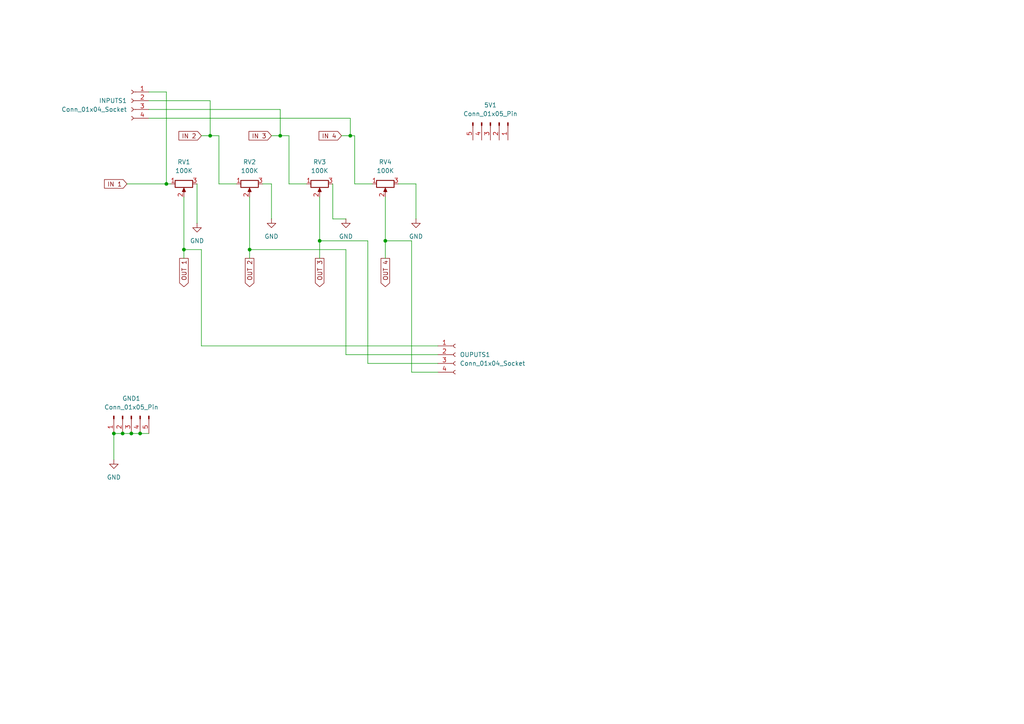
<source format=kicad_sch>
(kicad_sch (version 20231120) (generator "eeschema") (generator_version "8.0")
  (paper "A4")
  (lib_symbols
    (symbol "Connector:Conn_01x04_Socket" (pin_names (offset 1.016) hide)
      (property "Reference" "J" (at 0 5.08 0))
      (property "Value" "Conn_01x04_Socket" (at 0 -7.62 0))
      (symbol "Conn_01x04_Socket_1_1"
        (arc (start 0 -4.572) (mid -0.5058 -5.08) (end 0 -5.588) (stroke (width 0.1524)))
        (arc (start 0 -2.032) (mid -0.5058 -2.54) (end 0 -3.048) (stroke (width 0.1524)))
        (polyline (pts (xy -1.27 -5.08) (xy -0.508 -5.08)) (stroke (width 0.1524)))
        (polyline (pts (xy -1.27 -2.54) (xy -0.508 -2.54)) (stroke (width 0.1524)))
        (polyline (pts (xy -1.27 0) (xy -0.508 0)) (stroke (width 0.1524)))
        (polyline (pts (xy -1.27 2.54) (xy -0.508 2.54)) (stroke (width 0.1524)))
        (arc (start 0 0.508) (mid -0.5058 0) (end 0 -0.508) (stroke (width 0.1524)))
        (arc (start 0 3.048) (mid -0.5058 2.54) (end 0 2.032) (stroke (width 0.1524)))
        (pin passive line (at -5.08 2.54 0) (length 3.81) (name "Pin_1") (number "1"))
        (pin passive line (at -5.08 0 0) (length 3.81) (name "Pin_2") (number "2"))
        (pin passive line (at -5.08 -2.54 0) (length 3.81) (name "Pin_3") (number "3"))
        (pin passive line (at -5.08 -5.08 0) (length 3.81) (name "Pin_4") (number "4"))
      )
    )
    (symbol "Connector:Conn_01x05_Pin" (pin_names (offset 1.016) hide)
      (property "Reference" "J" (at 0 7.62 0))
      (property "Value" "Conn_01x05_Pin" (at 0 -7.62 0))
      (symbol "Conn_01x05_Pin_1_1"
        (polyline (pts (xy 1.27 -5.08) (xy 0.8636 -5.08)) (stroke (width 0.1524)))
        (polyline (pts (xy 1.27 -2.54) (xy 0.8636 -2.54)) (stroke (width 0.1524)))
        (polyline (pts (xy 1.27 0) (xy 0.8636 0)) (stroke (width 0.1524)))
        (polyline (pts (xy 1.27 2.54) (xy 0.8636 2.54)) (stroke (width 0.1524)))
        (polyline (pts (xy 1.27 5.08) (xy 0.8636 5.08)) (stroke (width 0.1524)))
        (rectangle (start 0.8636 -4.953) (end 0 -5.207) (stroke (width 0.1524)) (fill (type outline)))
        (rectangle (start 0.8636 -2.413) (end 0 -2.667) (stroke (width 0.1524)) (fill (type outline)))
        (rectangle (start 0.8636 0.127) (end 0 -0.127) (stroke (width 0.1524)) (fill (type outline)))
        (rectangle (start 0.8636 2.667) (end 0 2.413) (stroke (width 0.1524)) (fill (type outline)))
        (rectangle (start 0.8636 5.207) (end 0 4.953) (stroke (width 0.1524)) (fill (type outline)))
        (pin passive line (at 5.08 5.08 180) (length 3.81) (name "Pin_1") (number "1"))
        (pin passive line (at 5.08 2.54 180) (length 3.81) (name "Pin_2") (number "2"))
        (pin passive line (at 5.08 0 180) (length 3.81) (name "Pin_3") (number "3"))
        (pin passive line (at 5.08 -2.54 180) (length 3.81) (name "Pin_4") (number "4"))
        (pin passive line (at 5.08 -5.08 180) (length 3.81) (name "Pin_5") (number "5"))
      )
    )
    (symbol "Device:R_Potentiometer" (pin_names (offset 1.016) hide)
      (property "Reference" "RV" (at -4.445 0 90))
      (property "Value" "R_Potentiometer" (at -2.54 0 90))
      (symbol "R_Potentiometer_0_1"
        (polyline (pts (xy 2.54 0) (xy 1.524 0)))
        (polyline (pts (xy 1.143 0) (xy 2.286 0.508) (xy 2.286 -0.508) (xy 1.143 0)) (fill (type outline)))
        (rectangle (start 1.016 2.54) (end -1.016 -2.54) (stroke (width 0.254)))
      )
      (symbol "R_Potentiometer_1_1"
        (pin passive line (at 0 3.81 270) (length 1.27) (name "1") (number "1"))
        (pin passive line (at 3.81 0 180) (length 1.27) (name "2") (number "2"))
        (pin passive line (at 0 -3.81 90) (length 1.27) (name "3") (number "3"))
      )
    )
    (symbol "power:GND" (power) (pin_numbers hide) (pin_names (offset 0) hide)
      (property "Value" "GND" (at 0 -3.81 0))
      (symbol "GND_0_1"
        (polyline (pts (xy 0 0) (xy 0 -1.27) (xy 1.27 -1.27) (xy 0 -2.54) (xy -1.27 -1.27) (xy 0 -1.27)))
      )
      (symbol "GND_1_1"
        (pin power_in line (at 0 0 270) (length 0) (name "~") (number "1"))
      )
    )
  )
  (junction (at 35.56 125.73))
  (junction (at 81.28 39.37))
  (junction (at 53.34 72.39))
  (junction (at 72.39 72.39))
  (junction (at 40.64 125.73))
  (junction (at 60.96 39.37))
  (junction (at 38.1 125.73))
  (junction (at 48.26 53.34))
  (junction (at 92.71 69.85))
  (junction (at 101.6 39.37))
  (junction (at 111.76 69.85))
  (junction (at 33.02 125.73))
  (wire (pts (xy 106.68 69.85) (xy 106.68 105.41)))
  (wire (pts (xy 92.71 69.85) (xy 106.68 69.85)))
  (wire (pts (xy 111.76 57.15) (xy 111.76 69.85)))
  (wire (pts (xy 53.34 72.39) (xy 58.42 72.39)))
  (wire (pts (xy 58.42 39.37) (xy 60.96 39.37)))
  (wire (pts (xy 57.15 53.34) (xy 57.15 64.77)))
  (wire (pts (xy 58.42 100.33) (xy 127 100.33)))
  (wire (pts (xy 92.71 57.15) (xy 92.71 69.85)))
  (wire (pts (xy 119.38 69.85) (xy 119.38 107.95)))
  (wire (pts (xy 72.39 57.15) (xy 72.39 72.39)))
  (wire (pts (xy 96.52 53.34) (xy 96.52 63.5)))
  (wire (pts (xy 48.26 26.67) (xy 48.26 53.34)))
  (wire (pts (xy 83.82 53.34) (xy 83.82 39.37)))
  (wire (pts (xy 58.42 72.39) (xy 58.42 100.33)))
  (wire (pts (xy 92.71 69.85) (xy 92.71 74.93)))
  (wire (pts (xy 111.76 69.85) (xy 111.76 74.93)))
  (wire (pts (xy 78.74 39.37) (xy 81.28 39.37)))
  (wire (pts (xy 115.57 53.34) (xy 120.65 53.34)))
  (wire (pts (xy 99.06 39.37) (xy 101.6 39.37)))
  (wire (pts (xy 40.64 125.73) (xy 43.18 125.73)))
  (wire (pts (xy 78.74 53.34) (xy 78.74 63.5)))
  (wire (pts (xy 101.6 39.37) (xy 102.87 39.37)))
  (wire (pts (xy 81.28 31.75) (xy 81.28 39.37)))
  (wire (pts (xy 68.58 53.34) (xy 63.5 53.34)))
  (wire (pts (xy 33.02 125.73) (xy 35.56 125.73)))
  (wire (pts (xy 88.9 53.34) (xy 83.82 53.34)))
  (wire (pts (xy 43.18 26.67) (xy 48.26 26.67)))
  (wire (pts (xy 33.02 125.73) (xy 33.02 133.35)))
  (wire (pts (xy 43.18 31.75) (xy 81.28 31.75)))
  (wire (pts (xy 53.34 57.15) (xy 53.34 72.39)))
  (wire (pts (xy 100.33 72.39) (xy 100.33 102.87)))
  (wire (pts (xy 43.18 34.29) (xy 101.6 34.29)))
  (wire (pts (xy 63.5 39.37) (xy 63.5 53.34)))
  (wire (pts (xy 38.1 125.73) (xy 40.64 125.73)))
  (wire (pts (xy 76.2 53.34) (xy 78.74 53.34)))
  (wire (pts (xy 119.38 107.95) (xy 127 107.95)))
  (wire (pts (xy 36.83 53.34) (xy 48.26 53.34)))
  (wire (pts (xy 111.76 69.85) (xy 119.38 69.85)))
  (wire (pts (xy 60.96 29.21) (xy 60.96 39.37)))
  (wire (pts (xy 106.68 105.41) (xy 127 105.41)))
  (wire (pts (xy 53.34 72.39) (xy 53.34 74.93)))
  (wire (pts (xy 101.6 34.29) (xy 101.6 39.37)))
  (wire (pts (xy 102.87 53.34) (xy 102.87 39.37)))
  (wire (pts (xy 72.39 72.39) (xy 72.39 74.93)))
  (wire (pts (xy 107.95 53.34) (xy 102.87 53.34)))
  (wire (pts (xy 100.33 102.87) (xy 127 102.87)))
  (wire (pts (xy 60.96 39.37) (xy 63.5 39.37)))
  (wire (pts (xy 72.39 72.39) (xy 100.33 72.39)))
  (wire (pts (xy 81.28 39.37) (xy 83.82 39.37)))
  (wire (pts (xy 96.52 63.5) (xy 100.33 63.5)))
  (wire (pts (xy 48.26 53.34) (xy 49.53 53.34)))
  (wire (pts (xy 43.18 29.21) (xy 60.96 29.21)))
  (wire (pts (xy 35.56 125.73) (xy 38.1 125.73)))
  (wire (pts (xy 120.65 53.34) (xy 120.65 63.5)))
  (global_label "IN 3" (shape input) (at 78.74 39.37 180) (property "Intersheetrefs" "${INTERSHEET_REFS}" (effects (hide yes))))
  (global_label "IN 1" (shape input) (at 36.83 53.34 180) (property "Intersheetrefs" "${INTERSHEET_REFS}" (effects (hide yes))))
  (global_label "OUT 4" (shape output) (at 111.76 74.93 270) (property "Intersheetrefs" "${INTERSHEET_REFS}" (effects (hide yes))))
  (global_label "OUT 1" (shape output) (at 53.34 74.93 270) (property "Intersheetrefs" "${INTERSHEET_REFS}" (effects (hide yes))))
  (global_label "IN 2" (shape input) (at 58.42 39.37 180) (property "Intersheetrefs" "${INTERSHEET_REFS}" (effects (hide yes))))
  (global_label "IN 4" (shape input) (at 99.06 39.37 180) (property "Intersheetrefs" "${INTERSHEET_REFS}" (effects (hide yes))))
  (global_label "OUT 2" (shape output) (at 72.39 74.93 270) (property "Intersheetrefs" "${INTERSHEET_REFS}" (effects (hide yes))))
  (global_label "OUT 3" (shape output) (at 92.71 74.93 270) (property "Intersheetrefs" "${INTERSHEET_REFS}" (effects (hide yes))))
  (symbol (lib_id "Device:R_Potentiometer") (at 92.71 53.34 90) (mirror x) (unit 1)
    (property "Reference" "RV3" (at 92.71 46.99 90))
    (property "Value" "100K" (at 92.71 49.53 90))
    (property "Footprint" "Potentiometer_THT:Potentiometer_Alpha_RD901F-40-00D_Single_Vertical" (effects (hide yes)))
    (property "Description" "Potentiometer" (effects (hide yes)))
  )
  (symbol (lib_id "Connector:Conn_01x04_Socket") (at 38.1 29.21 0) (mirror y) (unit 1)
    (property "Reference" "INPUTS1" (at 36.83 29.2099 0) (effects (justify left)))
    (property "Value" "Conn_01x04_Socket" (at 36.83 31.7499 0) (effects (justify left)))
    (property "Footprint" "Connector_PinSocket_2.54mm:PinSocket_1x04_P2.54mm_Vertical" (effects (hide yes)))
    (property "Description" "Generic connector, single row, 01x04, script generated" (effects (hide yes)))
  )
  (symbol (lib_id "Connector:Conn_01x05_Pin") (at 142.24 35.56 270) (unit 1)
    (property "Reference" "5V1" (at 142.24 30.48 90))
    (property "Value" "Conn_01x05_Pin" (at 142.24 33.02 90))
    (property "Footprint" "Connector_PinHeader_2.54mm:PinHeader_1x05_P2.54mm_Vertical" (effects (hide yes)))
    (property "Description" "Generic connector, single row, 01x05, script generated" (effects (hide yes)))
  )
  (symbol (lib_id "power:GND") (at 78.74 63.5 0) (unit 1)
    (property "Reference" "#PWR02" (effects (hide yes)))
    (property "Value" "GND" (at 78.74 68.58 0))
    (property "Description" "Power symbol creates a global label with name \"GND\" , ground" (effects (hide yes)))
  )
  (symbol (lib_id "power:GND") (at 33.02 133.35 0) (unit 1)
    (property "Reference" "#PWR05" (effects (hide yes)))
    (property "Value" "GND" (at 33.02 138.43 0))
    (property "Description" "Power symbol creates a global label with name \"GND\" , ground" (effects (hide yes)))
  )
  (symbol (lib_id "Device:R_Potentiometer") (at 111.76 53.34 90) (mirror x) (unit 1)
    (property "Reference" "RV4" (at 111.76 46.99 90))
    (property "Value" "100K" (at 111.76 49.53 90))
    (property "Footprint" "Potentiometer_THT:Potentiometer_Alpha_RD901F-40-00D_Single_Vertical" (effects (hide yes)))
    (property "Description" "Potentiometer" (effects (hide yes)))
  )
  (symbol (lib_id "Device:R_Potentiometer") (at 53.34 53.34 90) (mirror x) (unit 1)
    (property "Reference" "RV1" (at 53.34 46.99 90))
    (property "Value" "100K" (at 53.34 49.53 90))
    (property "Footprint" "Potentiometer_THT:Potentiometer_Alpha_RD901F-40-00D_Single_Vertical" (effects (hide yes)))
    (property "Description" "Potentiometer" (effects (hide yes)))
  )
  (symbol (lib_id "power:GND") (at 120.65 63.5 0) (unit 1)
    (property "Reference" "#PWR04" (effects (hide yes)))
    (property "Value" "GND" (at 120.65 68.58 0))
    (property "Description" "Power symbol creates a global label with name \"GND\" , ground" (effects (hide yes)))
  )
  (symbol (lib_id "Device:R_Potentiometer") (at 72.39 53.34 90) (mirror x) (unit 1)
    (property "Reference" "RV2" (at 72.39 46.99 90))
    (property "Value" "100K" (at 72.39 49.53 90))
    (property "Footprint" "Potentiometer_THT:Potentiometer_Alpha_RD901F-40-00D_Single_Vertical" (effects (hide yes)))
    (property "Description" "Potentiometer" (effects (hide yes)))
  )
  (symbol (lib_id "Connector:Conn_01x04_Socket") (at 132.08 102.87 0) (unit 1)
    (property "Reference" "OUPUTS1" (at 133.35 102.8699 0) (effects (justify left)))
    (property "Value" "Conn_01x04_Socket" (at 133.35 105.4099 0) (effects (justify left)))
    (property "Footprint" "Connector_PinSocket_2.54mm:PinSocket_1x04_P2.54mm_Vertical" (effects (hide yes)))
    (property "Description" "Generic connector, single row, 01x04, script generated" (effects (hide yes)))
  )
  (symbol (lib_id "power:GND") (at 100.33 63.5 0) (unit 1)
    (property "Reference" "#PWR03" (effects (hide yes)))
    (property "Value" "GND" (at 100.33 68.58 0))
    (property "Description" "Power symbol creates a global label with name \"GND\" , ground" (effects (hide yes)))
  )
  (symbol (lib_id "Connector:Conn_01x05_Pin") (at 38.1 120.65 90) (mirror x) (unit 1)
    (property "Reference" "GND1" (at 38.1 115.57 90))
    (property "Value" "Conn_01x05_Pin" (at 38.1 118.11 90))
    (property "Footprint" "Connector_PinHeader_2.54mm:PinHeader_1x05_P2.54mm_Vertical" (effects (hide yes)))
    (property "Description" "Generic connector, single row, 01x05, script generated" (effects (hide yes)))
  )
  (symbol (lib_id "power:GND") (at 57.15 64.77 0) (unit 1)
    (property "Reference" "#PWR01" (effects (hide yes)))
    (property "Value" "GND" (at 57.15 69.85 0))
    (property "Description" "Power symbol creates a global label with name \"GND\" , ground" (effects (hide yes)))
  )
)
</source>
